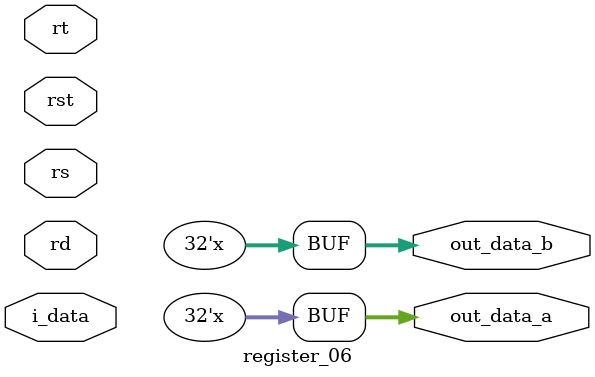
<source format=v>
`timescale 1ns / 1ps

module register_06(rst,rs,rt,rd,i_data,out_data_a,out_data_b);
input rst;
input [4:0]rs,rt,rd;
input [31:0] i_data;
output reg [31:0] out_data_a;
output reg [31:0] out_data_b;

reg [4:0]  reg_num;
reg [31:0] reg_data;

always @(*) begin
      if(rst) begin
            reg_num = 6;
      end
      else begin
          if(reg_num == rs)
               out_data_a <= reg_data;
          if(reg_num == rt)
               out_data_b <= reg_data;
          if(reg_num == rd)    
               reg_data <= i_data;
      end
      
end
endmodule

</source>
